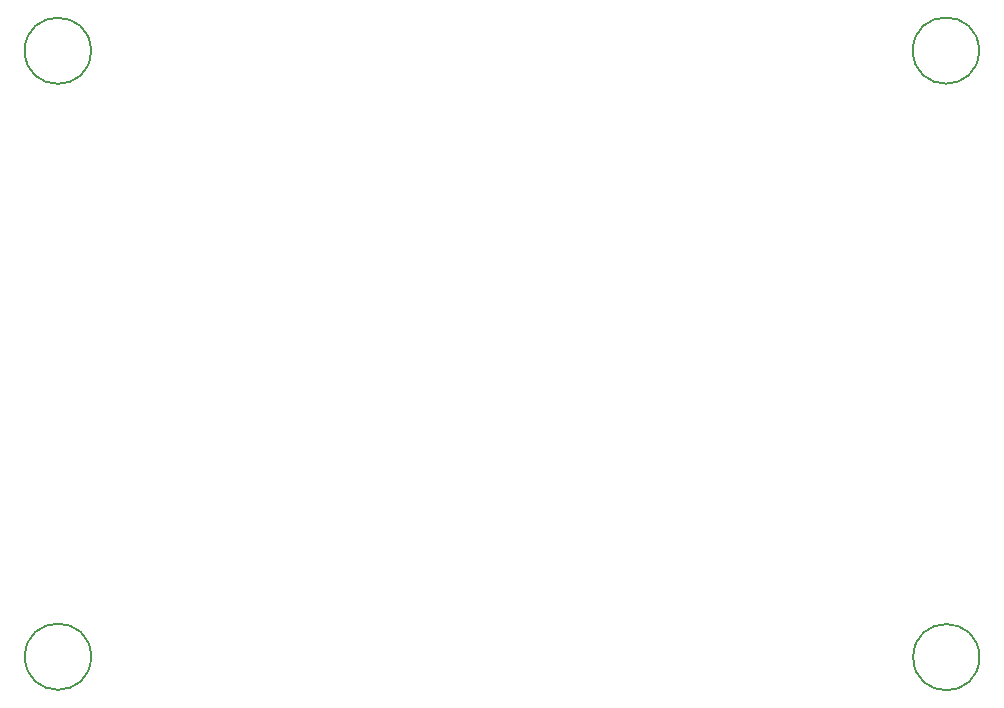
<source format=gbr>
%TF.GenerationSoftware,KiCad,Pcbnew,7.0.6-0*%
%TF.CreationDate,2023-08-20T12:25:08+10:00*%
%TF.ProjectId,rear_screen,72656172-5f73-4637-9265-656e2e6b6963,v0.1a*%
%TF.SameCoordinates,Original*%
%TF.FileFunction,Other,Comment*%
%FSLAX46Y46*%
G04 Gerber Fmt 4.6, Leading zero omitted, Abs format (unit mm)*
G04 Created by KiCad (PCBNEW 7.0.6-0) date 2023-08-20 12:25:08*
%MOMM*%
%LPD*%
G01*
G04 APERTURE LIST*
%ADD10C,0.150000*%
G04 APERTURE END LIST*
D10*
%TO.C,H1*%
X92950000Y-67960000D02*
G75*
G03*
X92950000Y-67960000I-2800000J0D01*
G01*
%TO.C,H3*%
X168170000Y-119300000D02*
G75*
G03*
X168170000Y-119300000I-2800000J0D01*
G01*
%TO.C,H2*%
X168139531Y-67939531D02*
G75*
G03*
X168139531Y-67939531I-2800000J0D01*
G01*
%TO.C,H4*%
X92960000Y-119260000D02*
G75*
G03*
X92960000Y-119260000I-2800000J0D01*
G01*
%TD*%
M02*

</source>
